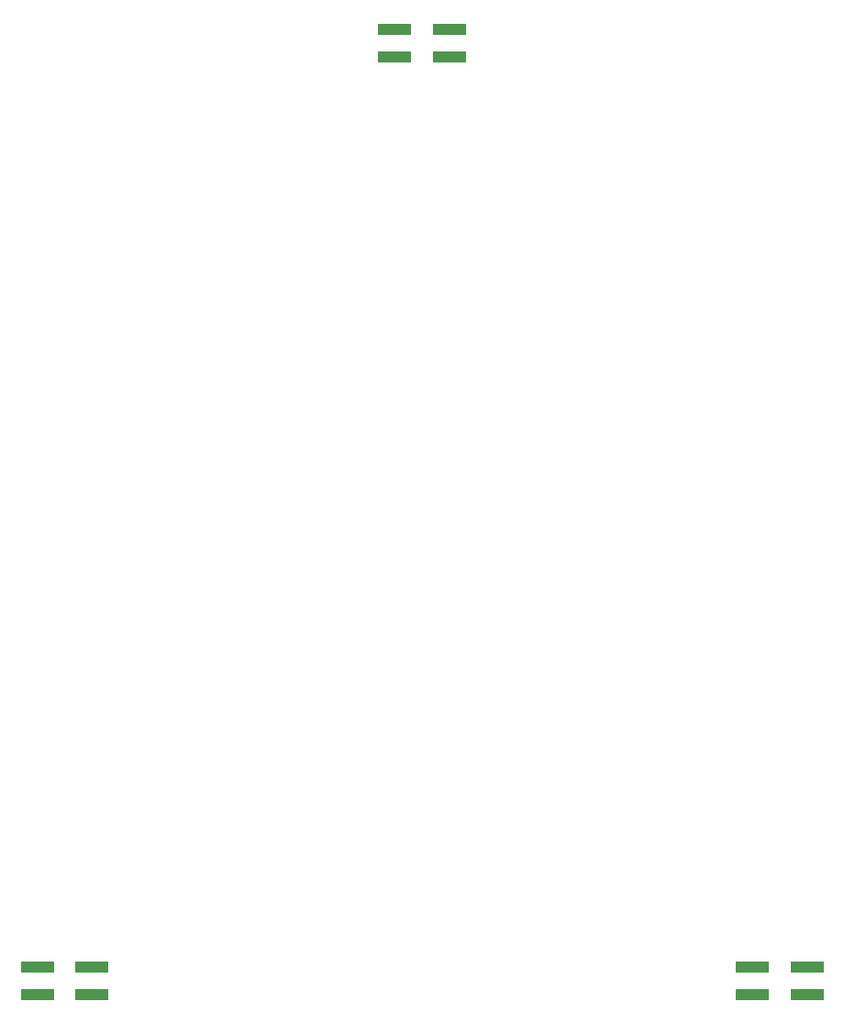
<source format=gbr>
%TF.GenerationSoftware,KiCad,Pcbnew,(6.0.7)*%
%TF.CreationDate,2022-08-29T11:14:28-07:00*%
%TF.ProjectId,DC31_Cnet_Badge_Front,44433331-5f43-46e6-9574-5f4261646765,rev?*%
%TF.SameCoordinates,Original*%
%TF.FileFunction,Paste,Bot*%
%TF.FilePolarity,Positive*%
%FSLAX46Y46*%
G04 Gerber Fmt 4.6, Leading zero omitted, Abs format (unit mm)*
G04 Created by KiCad (PCBNEW (6.0.7)) date 2022-08-29 11:14:28*
%MOMM*%
%LPD*%
G01*
G04 APERTURE LIST*
%ADD10R,3.150000X1.000000*%
G04 APERTURE END LIST*
D10*
%TO.C,J3*%
X69525000Y-141230000D03*
X64475000Y-141230000D03*
X69525000Y-143770000D03*
X64475000Y-143770000D03*
%TD*%
%TO.C,J2*%
X135525000Y-141230000D03*
X130475000Y-141230000D03*
X135525000Y-143770000D03*
X130475000Y-143770000D03*
%TD*%
%TO.C,J1*%
X102525000Y-54830000D03*
X97475000Y-54830000D03*
X102525000Y-57370000D03*
X97475000Y-57370000D03*
%TD*%
M02*

</source>
